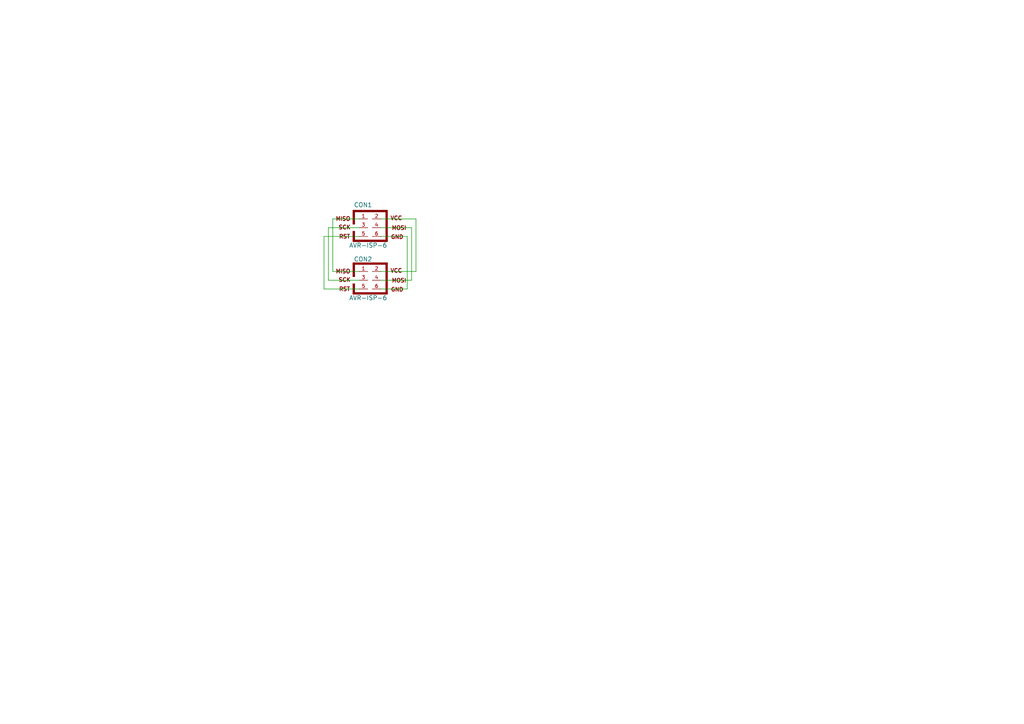
<source format=kicad_sch>
(kicad_sch (version 20230121) (generator eeschema)
  (paper "A4")
  (lib_symbols
    (symbol "avr-isp-x2-rescue:AVR-ISP-6" (pin_names (offset 1.016))
      (property "Reference" "CON" (at -2.032 6.096 0))
      (property "Value" "AVR-ISP-6" (at -6.096 -5.842 0))
      (symbol "AVR-ISP-6_0_0"
        (text "SCK" (at -7.366 0.127 0) (effects (font (size 1.143 1.143) bold)))
        (text "VCC" (at 7.62 2.794 0) (effects (font (size 1.143 1.143) bold)))
      )
      (symbol "AVR-ISP-6_0_1"
        (rectangle (start -4.572 -3.556) (end 4.826 -4.064) (fill (type outline)))
        (rectangle (start -4.572 5.08) (end 4.572 4.572) (fill (type outline)))
        (rectangle (start -4.445 -4.064) (end -4.953 -1.016) (fill (type outline)))
        (rectangle (start -4.445 5.08) (end -4.953 1.016) (fill (type outline)))
        (rectangle (start 4.572 5.08) (end 5.08 -4.064) (fill (type outline)))
      )
      (symbol "AVR-ISP-6_1_0"
        (text "GND" (at 7.874 -2.667 0) (effects (font (size 1.143 1.143) bold)))
        (text "MISO" (at -7.8232 2.5908 0) (effects (font (size 1.143 1.143) bold)))
        (text "MOSI" (at 8.4328 -0.0508 0) (effects (font (size 1.143 1.143) bold)))
        (text "RST" (at -7.366 -2.54 0) (effects (font (size 1.143 1.143) bold)))
      )
      (symbol "AVR-ISP-6_1_1"
        (pin passive line (at -3.175 2.54 0) (length 2.54) (name "~") (number "1"))
        (pin passive line (at 3.175 2.54 180) (length 2.54) (name "~") (number "2"))
        (pin passive line (at -3.175 0 0) (length 2.54) (name "~") (number "3"))
        (pin passive line (at 3.175 0 180) (length 2.54) (name "~") (number "4"))
        (pin passive line (at -3.175 -2.54 0) (length 2.54) (name "~") (number "5"))
        (pin passive line (at 3.175 -2.54 180) (length 2.54) (name "~") (number "6"))
      )
    )
  )
  (wire (pts (xy 104.14 83.82) (xy 93.98 83.82)))
  (wire (pts (xy 120.65 78.74) (xy 110.49 78.74)))
  (wire (pts (xy 95.25 81.28) (xy 104.14 81.28)))
  (wire (pts (xy 120.65 63.5) (xy 120.65 78.74)))
  (wire (pts (xy 119.38 66.04) (xy 110.49 66.04)))
  (wire (pts (xy 96.52 63.5) (xy 96.52 78.74)))
  (wire (pts (xy 104.14 66.04) (xy 95.25 66.04)))
  (wire (pts (xy 110.49 63.5) (xy 120.65 63.5)))
  (wire (pts (xy 118.11 83.82) (xy 110.49 83.82)))
  (wire (pts (xy 95.25 66.04) (xy 95.25 81.28)))
  (wire (pts (xy 118.11 68.58) (xy 118.11 83.82)))
  (wire (pts (xy 93.98 83.82) (xy 93.98 68.58)))
  (wire (pts (xy 96.52 78.74) (xy 104.14 78.74)))
  (wire (pts (xy 93.98 68.58) (xy 104.14 68.58)))
  (wire (pts (xy 119.38 81.28) (xy 119.38 66.04)))
  (wire (pts (xy 110.49 68.58) (xy 118.11 68.58)))
  (wire (pts (xy 104.14 63.5) (xy 96.52 63.5)))
  (wire (pts (xy 110.49 81.28) (xy 119.38 81.28)))
  (symbol (lib_id "avr-isp-x2-rescue:AVR-ISP-6") (at 107.315 66.04 0) (unit 1)
    (property "Reference" "CON1" (at 105.283 59.436 0))
    (property "Value" "AVR-ISP-6" (at 101.219 71.882 0) (effects (justify left bottom)))
    (property "Footprint" "Pin_Headers:Pin_Header_Straight_2x03" (effects hide))
  )
  (symbol (lib_id "avr-isp-x2-rescue:AVR-ISP-6") (at 107.315 81.28 0) (unit 1)
    (property "Reference" "CON2" (at 105.283 75.184 0))
    (property "Value" "AVR-ISP-6" (at 101.219 87.122 0) (effects (justify left bottom)))
    (property "Footprint" "Pin_Headers:Pin_Header_Straight_2x03" (effects hide))
  )
)
</source>
